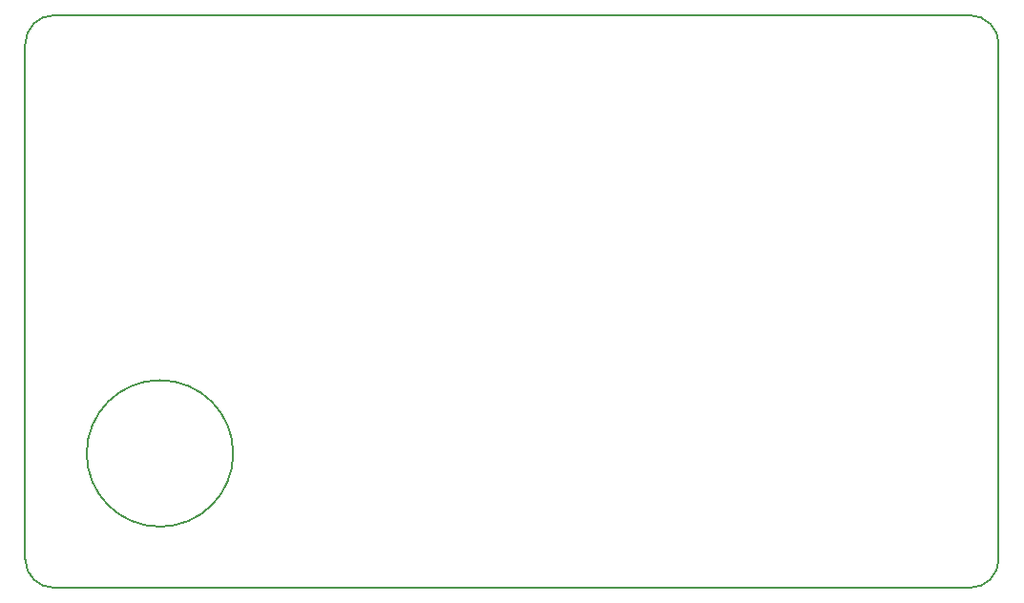
<source format=gm1>
G04 #@! TF.FileFunction,Profile,NP*
%FSLAX46Y46*%
G04 Gerber Fmt 4.6, Leading zero omitted, Abs format (unit mm)*
G04 Created by KiCad (PCBNEW 4.0.5+dfsg1-4) date Tue Aug  8 22:54:49 2017*
%MOMM*%
%LPD*%
G01*
G04 APERTURE LIST*
%ADD10C,0.100000*%
%ADD11C,0.150000*%
G04 APERTURE END LIST*
D10*
D11*
X109220000Y-119380000D02*
G75*
G03X111760000Y-121920000I2540000J0D01*
G01*
X193040000Y-121920000D02*
G75*
G03X195580000Y-119380000I0J2540000D01*
G01*
X195580000Y-73660000D02*
G75*
G03X193040000Y-71120000I-2540000J0D01*
G01*
X111760000Y-71120000D02*
G75*
G03X109220000Y-73660000I0J-2540000D01*
G01*
X109220000Y-119380000D02*
X109220000Y-73660000D01*
X111760000Y-71120000D02*
X193040000Y-71120000D01*
X193040000Y-121920000D02*
X111760000Y-121920000D01*
X195580000Y-73660000D02*
X195580000Y-119380000D01*
X127671961Y-109995961D02*
G75*
G03X127671961Y-109995961I-6500000J0D01*
G01*
M02*

</source>
